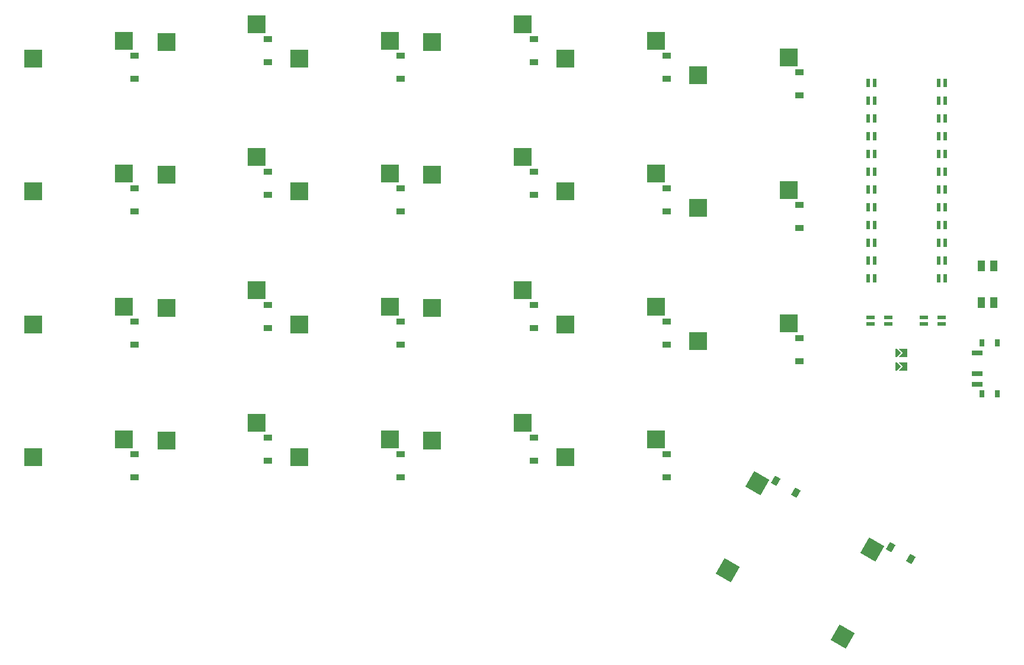
<source format=gbr>
%TF.GenerationSoftware,KiCad,Pcbnew,9.0.2*%
%TF.CreationDate,2025-06-21T10:35:40+08:00*%
%TF.ProjectId,eggada50_wireless_manually_routed,65676761-6461-4353-905f-776972656c65,0.2*%
%TF.SameCoordinates,Original*%
%TF.FileFunction,Paste,Bot*%
%TF.FilePolarity,Positive*%
%FSLAX46Y46*%
G04 Gerber Fmt 4.6, Leading zero omitted, Abs format (unit mm)*
G04 Created by KiCad (PCBNEW 9.0.2) date 2025-06-21 10:35:40*
%MOMM*%
%LPD*%
G01*
G04 APERTURE LIST*
G04 Aperture macros list*
%AMRotRect*
0 Rectangle, with rotation*
0 The origin of the aperture is its center*
0 $1 length*
0 $2 width*
0 $3 Rotation angle, in degrees counterclockwise*
0 Add horizontal line*
21,1,$1,$2,0,0,$3*%
%AMFreePoly0*
4,1,6,0.600000,-1.000000,0.000000,-0.400000,-0.600000,-1.000000,-0.600000,0.250000,0.600000,0.250000,0.600000,-1.000000,0.600000,-1.000000,$1*%
%AMFreePoly1*
4,1,6,0.600000,-0.200000,0.600000,-0.400000,-0.600000,-0.400000,-0.600000,-0.200000,0.000000,0.400000,0.600000,-0.200000,0.600000,-0.200000,$1*%
G04 Aperture macros list end*
%ADD10R,1.200000X0.600000*%
%ADD11R,0.800000X1.000000*%
%ADD12R,1.500000X0.700000*%
%ADD13R,0.600000X1.200000*%
%ADD14FreePoly0,270.000000*%
%ADD15FreePoly1,270.000000*%
%ADD16R,1.000000X1.550000*%
%ADD17R,1.200000X0.900000*%
%ADD18R,2.550000X2.500000*%
%ADD19RotRect,0.900000X1.200000X150.000000*%
%ADD20RotRect,2.550000X2.500000X60.000000*%
G04 APERTURE END LIST*
D10*
%TO.C,DISP1*%
X222727000Y-78350000D03*
X220187000Y-78350000D03*
X215107000Y-78350000D03*
X212567000Y-78350000D03*
X222727000Y-77450000D03*
X220187000Y-77450000D03*
X215107000Y-77450000D03*
X212567000Y-77450000D03*
%TD*%
D11*
%TO.C,PWR1*%
X228415000Y-81100000D03*
X228415000Y-88400000D03*
X230625000Y-81100000D03*
X230625000Y-88400000D03*
D12*
X227765000Y-82500000D03*
X227765000Y-85500000D03*
X227765000Y-87000000D03*
%TD*%
D13*
%TO.C,MCU1*%
X223184000Y-43920000D03*
X223184000Y-46460000D03*
X223184000Y-49000000D03*
X223184000Y-51540000D03*
X223184000Y-54080000D03*
X223184000Y-56620000D03*
X223184000Y-59160000D03*
X223184000Y-61700000D03*
X223184000Y-64240000D03*
X223184000Y-66780000D03*
X223184000Y-69320000D03*
X223184000Y-71860000D03*
X212224000Y-71860000D03*
X212224000Y-69320000D03*
X212224000Y-66780000D03*
X212224000Y-64240000D03*
X212224000Y-61700000D03*
X212224000Y-59160000D03*
X212224000Y-56620000D03*
X212224000Y-54080000D03*
X212224000Y-51540000D03*
X212224000Y-49000000D03*
X212224000Y-46460000D03*
X212224000Y-43920000D03*
X213124000Y-43920000D03*
X213124000Y-46460000D03*
X213124000Y-49000000D03*
X213124000Y-51540000D03*
X213124000Y-54080000D03*
X213124000Y-56620000D03*
X213124000Y-59160000D03*
X213124000Y-61700000D03*
X213124000Y-64240000D03*
X213124000Y-66780000D03*
X213124000Y-69320000D03*
X213124000Y-71860000D03*
X222284000Y-71860000D03*
X222284000Y-69320000D03*
X222284000Y-66780000D03*
X222284000Y-64240000D03*
X222284000Y-61700000D03*
X222284000Y-59160000D03*
X222284000Y-56620000D03*
X222284000Y-54080000D03*
X222284000Y-51540000D03*
X222284000Y-49000000D03*
X222284000Y-46460000D03*
X222284000Y-43920000D03*
%TD*%
D14*
%TO.C,JST1*%
X217566000Y-82500000D03*
X217566000Y-84500000D03*
D15*
X216550000Y-84500000D03*
X216550000Y-82500000D03*
%TD*%
D16*
%TO.C,RST1*%
X230100000Y-70125000D03*
X228400000Y-70125000D03*
X230100000Y-75375000D03*
X228400000Y-75375000D03*
%TD*%
D17*
%TO.C,D12*%
X145400000Y-43325000D03*
X145400000Y-40025000D03*
%TD*%
D18*
%TO.C,S23*%
X187915000Y-42835000D03*
X200842000Y-40295000D03*
%TD*%
D17*
%TO.C,D21*%
X202400000Y-83700000D03*
X202400000Y-80400000D03*
%TD*%
D18*
%TO.C,S22*%
X187915000Y-61835000D03*
X200842000Y-59295000D03*
%TD*%
D19*
%TO.C,D24*%
X201831458Y-102493912D03*
X198973574Y-100843912D03*
%TD*%
D17*
%TO.C,D9*%
X145400000Y-100325000D03*
X145400000Y-97025000D03*
%TD*%
%TO.C,D3*%
X107400000Y-62325000D03*
X107400000Y-59025000D03*
%TD*%
D18*
%TO.C,S9*%
X130915000Y-97460000D03*
X143842000Y-94920000D03*
%TD*%
%TO.C,S17*%
X168915000Y-97460000D03*
X181842000Y-94920000D03*
%TD*%
%TO.C,S7*%
X111915000Y-57085000D03*
X124842000Y-54545000D03*
%TD*%
D17*
%TO.C,D20*%
X183400000Y-43325000D03*
X183400000Y-40025000D03*
%TD*%
D18*
%TO.C,S10*%
X130915000Y-78460000D03*
X143842000Y-75920000D03*
%TD*%
%TO.C,S5*%
X111915000Y-95085000D03*
X124842000Y-92545000D03*
%TD*%
%TO.C,S4*%
X92915000Y-40460000D03*
X105842000Y-37920000D03*
%TD*%
%TO.C,S1*%
X92915000Y-97460000D03*
X105842000Y-94920000D03*
%TD*%
D17*
%TO.C,D17*%
X183400000Y-100325000D03*
X183400000Y-97025000D03*
%TD*%
D18*
%TO.C,S14*%
X149915000Y-76085000D03*
X162842000Y-73545000D03*
%TD*%
%TO.C,S13*%
X149915000Y-95085000D03*
X162842000Y-92545000D03*
%TD*%
D17*
%TO.C,D6*%
X126400000Y-78950000D03*
X126400000Y-75650000D03*
%TD*%
D18*
%TO.C,S3*%
X92915000Y-59460000D03*
X105842000Y-56920000D03*
%TD*%
D17*
%TO.C,D10*%
X145400000Y-81325000D03*
X145400000Y-78025000D03*
%TD*%
D18*
%TO.C,S15*%
X149915000Y-57085000D03*
X162842000Y-54545000D03*
%TD*%
D17*
%TO.C,D15*%
X164400000Y-59950000D03*
X164400000Y-56650000D03*
%TD*%
%TO.C,D5*%
X126400000Y-97950000D03*
X126400000Y-94650000D03*
%TD*%
%TO.C,D22*%
X202400000Y-64700000D03*
X202400000Y-61400000D03*
%TD*%
D20*
%TO.C,S25*%
X208562278Y-123105790D03*
X212826074Y-110640680D03*
%TD*%
D18*
%TO.C,S12*%
X130915000Y-40460000D03*
X143842000Y-37920000D03*
%TD*%
%TO.C,S21*%
X187915000Y-80835000D03*
X200842000Y-78295000D03*
%TD*%
D17*
%TO.C,D7*%
X126400000Y-59950000D03*
X126400000Y-56650000D03*
%TD*%
D18*
%TO.C,S16*%
X149915000Y-38085000D03*
X162842000Y-35545000D03*
%TD*%
%TO.C,S20*%
X168915000Y-40460000D03*
X181842000Y-37920000D03*
%TD*%
D20*
%TO.C,S24*%
X192107795Y-113605790D03*
X196371591Y-101140680D03*
%TD*%
D17*
%TO.C,D16*%
X164400000Y-40950000D03*
X164400000Y-37650000D03*
%TD*%
D18*
%TO.C,S8*%
X111915000Y-38085000D03*
X124842000Y-35545000D03*
%TD*%
D17*
%TO.C,D18*%
X183400000Y-81325000D03*
X183400000Y-78025000D03*
%TD*%
%TO.C,D23*%
X202400000Y-45700000D03*
X202400000Y-42400000D03*
%TD*%
D18*
%TO.C,S2*%
X92915000Y-78460000D03*
X105842000Y-75920000D03*
%TD*%
D17*
%TO.C,D11*%
X145400000Y-62325000D03*
X145400000Y-59025000D03*
%TD*%
D18*
%TO.C,S19*%
X168915000Y-59460000D03*
X181842000Y-56920000D03*
%TD*%
D17*
%TO.C,D8*%
X126400000Y-40950000D03*
X126400000Y-37650000D03*
%TD*%
D18*
%TO.C,S18*%
X168915000Y-78460000D03*
X181842000Y-75920000D03*
%TD*%
D17*
%TO.C,D4*%
X107400000Y-43325000D03*
X107400000Y-40025000D03*
%TD*%
D18*
%TO.C,S6*%
X111915000Y-76085000D03*
X124842000Y-73545000D03*
%TD*%
%TO.C,S11*%
X130915000Y-59460000D03*
X143842000Y-56920000D03*
%TD*%
D17*
%TO.C,D1*%
X107400000Y-100325000D03*
X107400000Y-97025000D03*
%TD*%
%TO.C,D19*%
X183400000Y-62325000D03*
X183400000Y-59025000D03*
%TD*%
%TO.C,D2*%
X107400000Y-81325000D03*
X107400000Y-78025000D03*
%TD*%
%TO.C,D13*%
X164400000Y-97950000D03*
X164400000Y-94650000D03*
%TD*%
%TO.C,D14*%
X164400000Y-78950000D03*
X164400000Y-75650000D03*
%TD*%
D19*
%TO.C,D25*%
X218285941Y-111993912D03*
X215428057Y-110343912D03*
%TD*%
M02*

</source>
